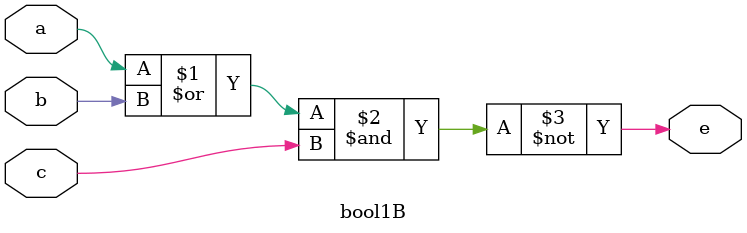
<source format=v>
`timescale 1ns / 1ps


//bool_1 B)

module bool1B(
     input a, b, c,
     output e
    );
    assign e = ~((a|b)&c);
endmodule

</source>
